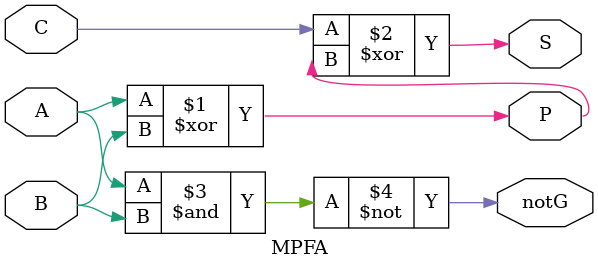
<source format=v>
`timescale 1ns / 1ps

//MCLA_24bit


module MCLA_16bit( input [15:0] A, B, input C0, output [15:0] S, output final_G, final_P);
    wire [3:0] temp_P;
    wire [3:0] temp_notG;
    wire [3:0] temp_G;
    wire temp_L0;
    wire [1:0] temp_L1;
    wire [2:0] temp_L2;
    wire [2:0] temp_L3;
    wire CARRY4,CARRY8,CARRY12;
    
    begin
        MCLA_4bit MCLA0 (A[3:0], B[3:0], C0, S[3:0], temp_G[0], temp_P[0]);
        not invertG0(temp_notG[0], temp_G[0]);
        nand tempNand_L0 (temp_L0, temp_P[0], C0);
        nand carry4Nand (CARRY4, temp_notG[0], temp_L0);
        
        MCLA_4bit MCLA1 (A[7:4], B[7:4], CARRY4, S[7:4], temp_G[1], temp_P[1]);
        not invertG1(temp_notG[1], temp_G[1]);
        nand tempNand_L11 (temp_L1[0], temp_P[1], temp_G[0]);
        nand tempNand_L12 (temp_L1[1], temp_P[1], temp_P[0],C0);
        nand carry8Nand (CARRY8, temp_notG[1],temp_L1[0],temp_L1[1]);
        

        MCLA_4bit MCLA2 (A[11:8], B[11:8], CARRY8, S[11:8], temp_G[2], temp_P[2]);
        not invertG2(temp_notG[2],temp_G[2]);
        nand tempNand_L21 (temp_L2[0], temp_P[2], temp_G[1]);
        nand tempNand_L22 (temp_L2[1], temp_P[2], temp_P[1],temp_G[0]);
        nand tempNand_L23 (temp_L2[2], temp_P[2], temp_P[1],temp_P[0],C0);
        nand carry12Nand (CARRY12, temp_notG[2],temp_L2[0],temp_L2[1],temp_L2[2]);

        MCLA_4bit MCLA3 (A[15:12], B[15:12], CARRY12, S[15:12], temp_G[3], temp_P[3]);
        not invertG3(temp_notG[3], temp_G[3]);
        and P_AND (final_P, temp_P[3], temp_P[2],temp_P[1],temp_P[0]);
        nand tempNand_L31 (temp_L3[0], temp_P[3], temp_G[2]);
        nand tempNand_L32 (temp_L3[1], temp_P[3], temp_P[2], temp_G[1]);
        nand tempNand_L33 (temp_L3[2], temp_P[3], temp_P[2],temp_P[1],temp_G[0]);
        nand G_NAND (final_G, temp_notG[3], temp_L3[0],temp_L3[1],temp_L3[2]);
        
    end
endmodule



// MCLA_12bit - I custom added it to realize the 27 bit sum, similar to the 8-bit MCLA
module MCLA_12bit( input [7:0] A, B, input C0, output [7:0] S , output Carry);
    wire [1:0] temp_P;
    wire [1:0] temp_notG;
    wire [1:0] temp_G;
    wire temp_L0;
    wire [1:0] temp_L1;
    wire CARRY4,CARRY8;
    
    begin
        MCLA_4bit MCLA0 (A[3:0], B[3:0], C0, S[3:0], temp_G[0], temp_P[0]);
        not invertG0(temp_notG[0], temp_G[0]);
        nand tempNand_L0 (temp_L0, temp_P[0], C0);
        nand carry4Nand (CARRY4, temp_notG[0], temp_L0);
        
        MCLA_4bit MCLA1 (A[7:4], B[7:4], CARRY4, S[7:4], temp_G[1], temp_P[1]);
        not invertG1(temp_notG[1], temp_G[1]);
        nand tempNand_L11 (temp_L1[0], temp_P[1], temp_G[0]);
        nand tempNand_L12 (temp_L1[1], temp_P[1], temp_P[0],C0);
        nand carry8Nand (CARRY8, temp_notG[1],temp_L1[0],temp_L1[1]);
        

        MCLA_4bit MCLA2 (A[11:8], B[11:8], CARRY8, S[11:8]/*, temp_G[2], temp_P[2]*/);
    end
endmodule



// MCLA_8bit - I custom added it to realize the 24 bit sum
// Since MCLA_8bit is going to be used at the end of the adder, i dont need final g and p
module MCLA_8bit( input [7:0] A, B, input C0, output [7:0] S);
    wire /*[1:0]*/ temp_P, temp_notG, temp_G, temp_L1;
    wire temp_L0;
    wire CARRY4;
    begin
        MCLA_4bit MCLA0 (A[3:0], B[3:0], C0, S[3:0], temp_G, temp_P);
        not invertG0(temp_notG, temp_G);
        nand tempNand_L0 (temp_L0, temp_P, C0);
        nand carry4Nand (CARRY4, temp_notG, temp_L0);
        
        MCLA_4bit MCLA1 (A[7:4], B[7:4], CARRY4, S[7:4]/*, temp_G[1], temp_P[1]*/);
        // Carry Compuation based on MCLA_16_BIT carry 8 COMPUTATION LOGIC - since the result is 24 bits,
        // the add is 23 bits, the last bit will be consideres as the carry
        // old code
//        not invertG1(temp_notG[1], temp_G[1]);
//        nand tempNand_L11 (temp_L1[0], temp_P[1], temp_G[0]);
//        nand tempNand_L12 (temp_L1[1], temp_P[1], temp_P[0],C0);
//        nand carry8Nand (Carry, temp_notG[1],temp_L1[0],temp_L1[1]);
        
    end
endmodule
module MCLA_4bit( input [3:0] A, B, input C0, output [3:0] S, output final_G, final_P);
    wire [3:0] temp_P;
    wire [3:0] temp_notG;
    wire [2:0] temp_G;
    wire temp_L0;
    wire [1:0] temp_L1;
    wire [2:0] temp_L2;
    wire [2:0] temp_L3;
    wire CARRY1,CARRY2,CARRY3;
    
    begin
        MPFA mpfa0 (A[0], B[0], C0, S[0], temp_notG[0], temp_P[0]);
        nand tempNand_L0 (temp_L0, temp_P[0], C0);
        nand carry1Nand (CARRY1, temp_notG[0], temp_L0);
        not invertG0(temp_G[0], temp_notG[0]);
        
        MPFA mpfa1 (A[1], B[1], CARRY1, S[1], temp_notG[1], temp_P[1]);
        nand tempNand_L11 (temp_L1[0], temp_P[1], temp_G[0]);
        nand tempNand_L12 (temp_L1[1], temp_P[1], temp_P[0],C0);
        nand carry2Nand (CARRY2, temp_notG[1],temp_L1[0],temp_L1[1]);
        not invertG1(temp_G[1], temp_notG[1]);

        MPFA mpfa2 (A[2], B[2], CARRY2, S[2], temp_notG[2], temp_P[2]);
        nand tempNand_L21 (temp_L2[0], temp_P[2], temp_G[1]);
        nand tempNand_L22 (temp_L2[1], temp_P[2], temp_P[1],temp_G[0]);
        nand tempNand_L23 (temp_L2[2], temp_P[2], temp_P[1],temp_P[0],C0);
        nand carry3Nand (CARRY3, temp_notG[2],temp_L2[0],temp_L2[1],temp_L2[2]);
        not invertG2(temp_G[2],temp_notG[2]);

        MPFA mpfa3 (A[3], B[3], CARRY3, S[3], temp_notG[3], temp_P[3]);
        and P_AND (final_P, temp_P[3], temp_P[2],temp_P[1],temp_P[0]);
        nand tempNand_L31 (temp_L3[0], temp_P[3], temp_G[2]);
        nand tempNand_L32 (temp_L3[1], temp_P[3], temp_P[2], temp_G[1]);
        nand tempNand_L33 (temp_L3[2], temp_P[3], temp_P[2],temp_P[1],temp_G[0]);
        nand G_NAND (final_G, temp_notG[3], temp_L3[0],temp_L3[1],temp_L3[2]);
    end
endmodule

module MPFA( input A, B, C, output S, notG, P);
    begin
        xor pxor(P, A,B); //pxor
        xor sxor(S,C,P); //sxor
        nand  GNand(notG,A,B); // GNand
    end
endmodule  

</source>
